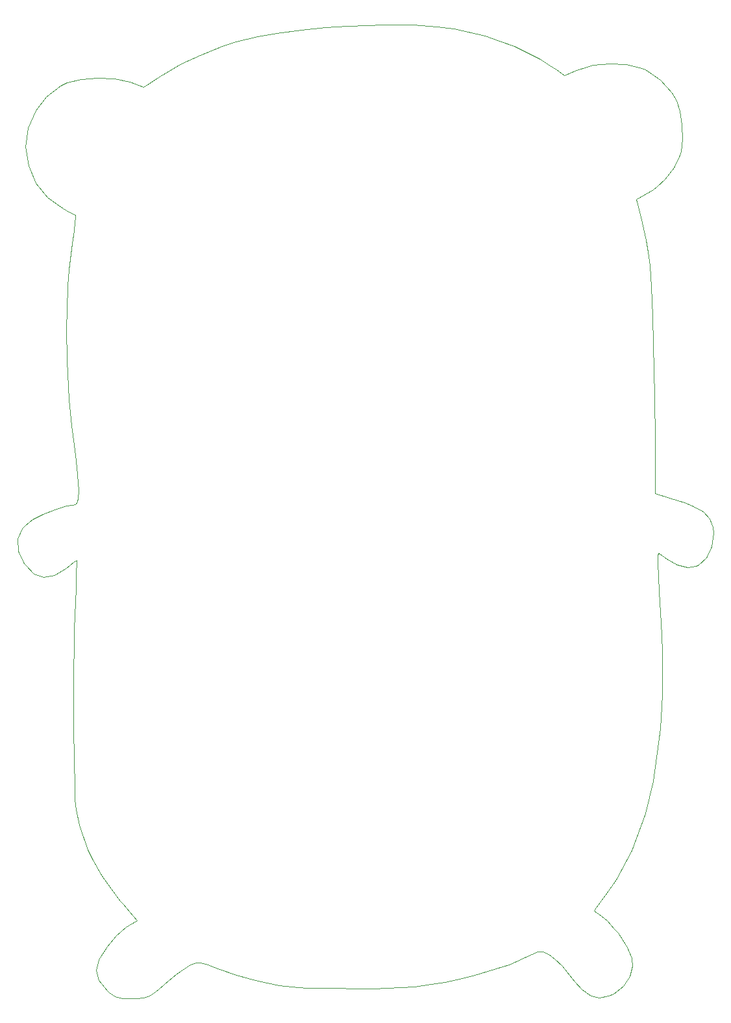
<source format=gbr>
G04 #@! TF.GenerationSoftware,KiCad,Pcbnew,(5.1.2)-1*
G04 #@! TF.CreationDate,2022-09-08T09:55:22+09:00*
G04 #@! TF.ProjectId,gopher_xiao,676f7068-6572-45f7-9869-616f2e6b6963,rev?*
G04 #@! TF.SameCoordinates,Original*
G04 #@! TF.FileFunction,Profile,NP*
%FSLAX46Y46*%
G04 Gerber Fmt 4.6, Leading zero omitted, Abs format (unit mm)*
G04 Created by KiCad (PCBNEW (5.1.2)-1) date 2022-09-08 09:55:22*
%MOMM*%
%LPD*%
G04 APERTURE LIST*
%ADD10C,0.050000*%
G04 APERTURE END LIST*
D10*
X154825700Y-75374500D02*
X154393900Y-75615800D01*
X155638500Y-74930000D02*
X154825700Y-75374500D01*
X156629100Y-74333100D02*
X155638500Y-74930000D01*
X157086300Y-73914000D02*
X156629100Y-74333100D01*
X158115000Y-72974200D02*
X157086300Y-73914000D01*
X159308800Y-71437500D02*
X158115000Y-72974200D01*
X160083500Y-69850000D02*
X159308800Y-71437500D01*
X160223200Y-69380100D02*
X160083500Y-69850000D01*
X160388300Y-67716400D02*
X160223200Y-69380100D01*
X160337500Y-65874900D02*
X160388300Y-67716400D01*
X160083500Y-64084200D02*
X160337500Y-65874900D01*
X159651700Y-62725300D02*
X160083500Y-64084200D01*
X159029400Y-61709300D02*
X159651700Y-62725300D01*
X157505400Y-60032900D02*
X159029400Y-61709300D01*
X155575000Y-58699400D02*
X157505400Y-60032900D01*
X154876500Y-58394600D02*
X155575000Y-58699400D01*
X153022300Y-57988200D02*
X154876500Y-58394600D01*
X150901400Y-57912000D02*
X153022300Y-57988200D01*
X148755100Y-58127900D02*
X150901400Y-57912000D01*
X147980400Y-58343800D02*
X148755100Y-58127900D01*
X146646900Y-58737500D02*
X147980400Y-58343800D01*
X144983200Y-59410600D02*
X146646900Y-58737500D01*
X144678400Y-59182000D02*
X144983200Y-59410600D01*
X143967200Y-58686700D02*
X144678400Y-59182000D01*
X143179800Y-58153300D02*
X143967200Y-58686700D01*
X141859000Y-57327800D02*
X143179800Y-58153300D01*
X138531600Y-55664100D02*
X141859000Y-57327800D01*
X136525000Y-54940200D02*
X138531600Y-55664100D01*
X134708900Y-54305200D02*
X136525000Y-54940200D01*
X130581400Y-53327300D02*
X134708900Y-54305200D01*
X128422400Y-53086000D02*
X130581400Y-53327300D01*
X126415800Y-52920900D02*
X128422400Y-53086000D01*
X125272800Y-52882800D02*
X126415800Y-52920900D01*
X123723400Y-52844700D02*
X125272800Y-52882800D01*
X121272300Y-52857400D02*
X123723400Y-52844700D01*
X119354600Y-52895500D02*
X121272300Y-52857400D01*
X116763800Y-53009800D02*
X119354600Y-52895500D01*
X113817400Y-53213000D02*
X116763800Y-53009800D01*
X110756700Y-53517800D02*
X113817400Y-53213000D01*
X107543600Y-53924200D02*
X110756700Y-53517800D01*
X105041700Y-54343300D02*
X107543600Y-53924200D01*
X102184200Y-55054500D02*
X105041700Y-54343300D01*
X100418900Y-55651400D02*
X102184200Y-55054500D01*
X97510600Y-56794400D02*
X100418900Y-55651400D01*
X95072200Y-57950100D02*
X97510600Y-56794400D01*
X92354400Y-59512200D02*
X95072200Y-57950100D01*
X90119200Y-60960000D02*
X92354400Y-59512200D01*
X88341200Y-60299600D02*
X90119200Y-60960000D01*
X86360000Y-59893200D02*
X88341200Y-60299600D01*
X84162900Y-59778900D02*
X86360000Y-59893200D01*
X82016600Y-59931300D02*
X84162900Y-59778900D01*
X80187800Y-60401200D02*
X82016600Y-59931300D01*
X79324200Y-60820300D02*
X80187800Y-60401200D01*
X77482700Y-62217300D02*
X79324200Y-60820300D01*
X76098400Y-64033400D02*
X77482700Y-62217300D01*
X75107800Y-66319400D02*
X76098400Y-64033400D01*
X74777600Y-68732400D02*
X75107800Y-66319400D01*
X75133200Y-71196200D02*
X74777600Y-68732400D01*
X76123800Y-73469500D02*
X75133200Y-71196200D01*
X77622400Y-75361800D02*
X76123800Y-73469500D01*
X78790800Y-76212700D02*
X77622400Y-75361800D01*
X79641700Y-76822300D02*
X78790800Y-76212700D01*
X80518000Y-77279500D02*
X79641700Y-76822300D01*
X81254600Y-77685900D02*
X80518000Y-77279500D01*
X81254600Y-78028800D02*
X81254600Y-77685900D01*
X81178400Y-78600300D02*
X81254600Y-78028800D01*
X81064100Y-79641700D02*
X81178400Y-78600300D01*
X80822800Y-81407000D02*
X81064100Y-79641700D01*
X80454500Y-84785200D02*
X80822800Y-81407000D01*
X80264000Y-86918800D02*
X80454500Y-84785200D01*
X80149700Y-90004900D02*
X80264000Y-86918800D01*
X80111600Y-92456000D02*
X80149700Y-90004900D01*
X80149700Y-96634300D02*
X80111600Y-92456000D01*
X80416400Y-101688900D02*
X80149700Y-96634300D01*
X80784700Y-105156000D02*
X80416400Y-101688900D01*
X81064100Y-107581700D02*
X80784700Y-105156000D01*
X81330800Y-109766100D02*
X81064100Y-107581700D01*
X81521300Y-111544100D02*
X81330800Y-109766100D01*
X81597500Y-112547400D02*
X81521300Y-111544100D01*
X81661000Y-113626900D02*
X81597500Y-112547400D01*
X81635600Y-114528600D02*
X81661000Y-113626900D01*
X81495900Y-115087400D02*
X81635600Y-114528600D01*
X81241900Y-115379500D02*
X81495900Y-115087400D01*
X80873600Y-115481100D02*
X81241900Y-115379500D01*
X80086200Y-115620800D02*
X80873600Y-115481100D01*
X78524100Y-116103400D02*
X80086200Y-115620800D01*
X77038200Y-116700300D02*
X78524100Y-116103400D01*
X75679300Y-117386100D02*
X77038200Y-116700300D01*
X74714100Y-118084600D02*
X75679300Y-117386100D01*
X74320400Y-118541800D02*
X74714100Y-118084600D01*
X73736200Y-119926100D02*
X74320400Y-118541800D01*
X73837800Y-121500900D02*
X73736200Y-119926100D01*
X74599800Y-123151900D02*
X73837800Y-121500900D01*
X74701400Y-123304300D02*
X74599800Y-123151900D01*
X75831700Y-124460000D02*
X74701400Y-123304300D01*
X77076300Y-124891800D02*
X75831700Y-124460000D01*
X78536800Y-124612400D02*
X77076300Y-124891800D01*
X80035400Y-123685300D02*
X78536800Y-124612400D01*
X81013300Y-122961400D02*
X80035400Y-123685300D01*
X81394300Y-122732800D02*
X81013300Y-122961400D01*
X81381600Y-124701300D02*
X81394300Y-122732800D01*
X81330800Y-126301500D02*
X81381600Y-124701300D01*
X81127600Y-131660900D02*
X81330800Y-126301500D01*
X81026000Y-139344400D02*
X81127600Y-131660900D01*
X81026000Y-144716500D02*
X81026000Y-139344400D01*
X81153000Y-152450800D02*
X81026000Y-144716500D01*
X81216500Y-153873200D02*
X81153000Y-152450800D01*
X81330800Y-155168600D02*
X81216500Y-153873200D01*
X81737200Y-157276800D02*
X81330800Y-155168600D01*
X82892900Y-160477200D02*
X81737200Y-157276800D01*
X83502500Y-161620200D02*
X82892900Y-160477200D01*
X84632800Y-163728400D02*
X83502500Y-161620200D01*
X85928200Y-165506400D02*
X84632800Y-163728400D01*
X87122000Y-167106600D02*
X85928200Y-165506400D01*
X87426800Y-167487600D02*
X87122000Y-167106600D01*
X88760300Y-169087800D02*
X87426800Y-167487600D01*
X89293700Y-169722800D02*
X88760300Y-169087800D01*
X88315800Y-170256200D02*
X89293700Y-169722800D01*
X87871300Y-170535600D02*
X88315800Y-170256200D01*
X86588600Y-171640500D02*
X87871300Y-170535600D01*
X85369400Y-173050200D02*
X86588600Y-171640500D01*
X84467700Y-174485300D02*
X85369400Y-173050200D01*
X84328000Y-174739300D02*
X84467700Y-174485300D01*
X83997800Y-176174400D02*
X84328000Y-174739300D01*
X84340700Y-177482500D02*
X83997800Y-176174400D01*
X85369400Y-178790600D02*
X84340700Y-177482500D01*
X85686900Y-179082700D02*
X85369400Y-178790600D01*
X86448900Y-179590700D02*
X85686900Y-179082700D01*
X87350600Y-179819300D02*
X86448900Y-179590700D01*
X88290400Y-179857400D02*
X87350600Y-179819300D01*
X89128600Y-179857400D02*
X88290400Y-179857400D01*
X90131900Y-179781200D02*
X89128600Y-179857400D01*
X90893900Y-179527200D02*
X90131900Y-179781200D01*
X91643200Y-178993800D02*
X90893900Y-179527200D01*
X92163900Y-178562000D02*
X91643200Y-178993800D01*
X93472000Y-177444400D02*
X92163900Y-178562000D01*
X94348300Y-176720500D02*
X93472000Y-177444400D01*
X94957900Y-176276000D02*
X94348300Y-176720500D01*
X95745300Y-175780700D02*
X94957900Y-176276000D01*
X96278700Y-175463200D02*
X95745300Y-175780700D01*
X96977200Y-175209200D02*
X96278700Y-175463200D01*
X97574100Y-175171100D02*
X96977200Y-175209200D01*
X98526600Y-175450500D02*
X97574100Y-175171100D01*
X99834700Y-175971200D02*
X98526600Y-175450500D01*
X102285800Y-176784000D02*
X99834700Y-175971200D01*
X104711500Y-177444400D02*
X102285800Y-176784000D01*
X106210100Y-177812700D02*
X104711500Y-177444400D01*
X107873800Y-178142900D02*
X106210100Y-177812700D01*
X109448600Y-178346100D02*
X107873800Y-178142900D01*
X111493300Y-178485800D02*
X109448600Y-178346100D01*
X115049300Y-178523900D02*
X111493300Y-178485800D01*
X118059200Y-178536600D02*
X115049300Y-178523900D01*
X120154700Y-178536600D02*
X118059200Y-178536600D01*
X123698000Y-178422300D02*
X120154700Y-178536600D01*
X125450600Y-178295300D02*
X123698000Y-178422300D01*
X127673100Y-178015900D02*
X125450600Y-178295300D01*
X129413000Y-177723800D02*
X127673100Y-178015900D01*
X131000500Y-177393600D02*
X129413000Y-177723800D01*
X133083300Y-176872900D02*
X131000500Y-177393600D01*
X136144000Y-175983900D02*
X133083300Y-176872900D01*
X137820400Y-175412400D02*
X136144000Y-175983900D01*
X138569700Y-175094900D02*
X137820400Y-175412400D01*
X140055600Y-174434500D02*
X138569700Y-175094900D01*
X140741400Y-174117000D02*
X140055600Y-174434500D01*
X141566900Y-173748700D02*
X140741400Y-174117000D01*
X142240000Y-173723300D02*
X141566900Y-173748700D01*
X143014700Y-174053500D02*
X142240000Y-173723300D01*
X143776700Y-174663100D02*
X143014700Y-174053500D01*
X144729200Y-175641000D02*
X143776700Y-174663100D01*
X145681700Y-176796700D02*
X144729200Y-175641000D01*
X146392900Y-177622200D02*
X145681700Y-176796700D01*
X147307300Y-178638200D02*
X146392900Y-177622200D01*
X148463000Y-179463700D02*
X147307300Y-178638200D01*
X149580600Y-179730400D02*
X148463000Y-179463700D01*
X150787100Y-179489100D02*
X149580600Y-179730400D01*
X151472900Y-179209700D02*
X150787100Y-179489100D01*
X152742900Y-178219100D02*
X151472900Y-179209700D01*
X153606500Y-176974500D02*
X152742900Y-178219100D01*
X153924000Y-175590200D02*
X153606500Y-176974500D01*
X153784300Y-174625000D02*
X153924000Y-175590200D01*
X153136600Y-172986700D02*
X153784300Y-174625000D01*
X153098500Y-172935900D02*
X153136600Y-172986700D01*
X152031700Y-171297600D02*
X153098500Y-172935900D01*
X151574500Y-170776900D02*
X152031700Y-171297600D01*
X150571200Y-169697400D02*
X151574500Y-170776900D01*
X149821900Y-169113200D02*
X150571200Y-169697400D01*
X148907500Y-168389300D02*
X149821900Y-169113200D01*
X149148800Y-167970200D02*
X148907500Y-168389300D01*
X150317200Y-166420800D02*
X149148800Y-167970200D01*
X151815800Y-164376100D02*
X150317200Y-166420800D01*
X153860500Y-160502600D02*
X151815800Y-164376100D01*
X155575000Y-155702000D02*
X153860500Y-160502600D01*
X156629100Y-151472900D02*
X155575000Y-155702000D01*
X157543500Y-144640300D02*
X156629100Y-151472900D01*
X157734000Y-141757400D02*
X157543500Y-144640300D01*
X157810200Y-140208000D02*
X157734000Y-141757400D01*
X157772100Y-134747000D02*
X157810200Y-140208000D01*
X157683200Y-132410200D02*
X157772100Y-134747000D01*
X157543500Y-129489200D02*
X157683200Y-132410200D01*
X157416500Y-126860300D02*
X157543500Y-129489200D01*
X157289500Y-124688600D02*
X157416500Y-126860300D01*
X157200600Y-123088400D02*
X157289500Y-124688600D01*
X157200600Y-122123200D02*
X157200600Y-123088400D01*
X157289500Y-121793000D02*
X157200600Y-122123200D01*
X157467300Y-121805700D02*
X157289500Y-121793000D01*
X158369000Y-122529600D02*
X157467300Y-121805700D01*
X159753300Y-123266200D02*
X158369000Y-122529600D01*
X161099500Y-123609100D02*
X159753300Y-123266200D01*
X162204400Y-123482100D02*
X161099500Y-123609100D01*
X162534600Y-123317000D02*
X162204400Y-123482100D01*
X163537900Y-122326400D02*
X162534600Y-123317000D01*
X164211000Y-120904000D02*
X163537900Y-122326400D01*
X164465000Y-119151400D02*
X164211000Y-120904000D01*
X164388800Y-118389400D02*
X164465000Y-119151400D01*
X163969700Y-117297200D02*
X164388800Y-118389400D01*
X163131500Y-116382800D02*
X163969700Y-117297200D01*
X161683700Y-115557300D02*
X163131500Y-116382800D01*
X160642300Y-115176300D02*
X161683700Y-115557300D01*
X158737300Y-114528600D02*
X160642300Y-115176300D01*
X156908500Y-113957100D02*
X158737300Y-114528600D01*
X156883100Y-112407700D02*
X156908500Y-113957100D01*
X156845000Y-107035600D02*
X156883100Y-112407700D01*
X156768800Y-101396800D02*
X156845000Y-107035600D01*
X156641800Y-94513400D02*
X156768800Y-101396800D01*
X156565600Y-90843100D02*
X156641800Y-94513400D01*
X156375100Y-86969600D02*
X156565600Y-90843100D01*
X156159200Y-84251800D02*
X156375100Y-86969600D01*
X155917900Y-82473800D02*
X156159200Y-84251800D01*
X155663900Y-80949800D02*
X155917900Y-82473800D01*
X154978100Y-77889100D02*
X155663900Y-80949800D01*
X154393900Y-75615800D02*
X154978100Y-77889100D01*
M02*

</source>
